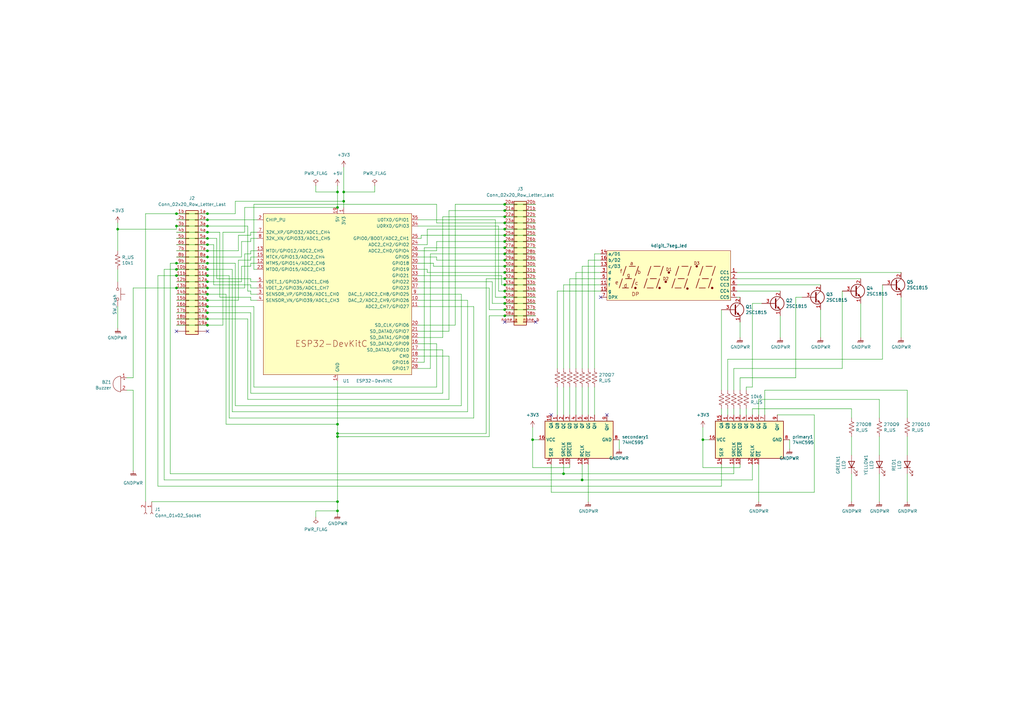
<source format=kicad_sch>
(kicad_sch (version 20230121) (generator eeschema)
  (paper "A3")
  (lib_symbols
    (symbol "74xx:74HC595"
      (property "Reference" "U" (at -7.62 13.97 0))
      (property "Value" "74HC595" (at -7.62 -16.51 0))
      (symbol "74HC595_1_0"
        (pin tri_state line (at 10.16 7.62 180) (length 2.54) (name "QB") (number "1"))
        (pin input line (at -10.16 2.54 0) (length 2.54) (name "~{SRCLR}") (number "10"))
        (pin input line (at -10.16 5.08 0) (length 2.54) (name "SRCLK") (number "11"))
        (pin input line (at -10.16 -2.54 0) (length 2.54) (name "RCLK") (number "12"))
        (pin input line (at -10.16 -5.08 0) (length 2.54) (name "~{OE}") (number "13"))
        (pin input line (at -10.16 10.16 0) (length 2.54) (name "SER") (number "14"))
        (pin tri_state line (at 10.16 10.16 180) (length 2.54) (name "QA") (number "15"))
        (pin power_in line (at 0 15.24 270) (length 2.54) (name "VCC") (number "16"))
        (pin tri_state line (at 10.16 5.08 180) (length 2.54) (name "QC") (number "2"))
        (pin tri_state line (at 10.16 2.54 180) (length 2.54) (name "QD") (number "3"))
        (pin tri_state line (at 10.16 0 180) (length 2.54) (name "QE") (number "4"))
        (pin tri_state line (at 10.16 -2.54 180) (length 2.54) (name "QF") (number "5"))
        (pin tri_state line (at 10.16 -5.08 180) (length 2.54) (name "QG") (number "6"))
        (pin tri_state line (at 10.16 -7.62 180) (length 2.54) (name "QH") (number "7"))
        (pin power_in line (at 0 -17.78 90) (length 2.54) (name "GND") (number "8"))
        (pin output line (at 10.16 -12.7 180) (length 2.54) (name "QH'") (number "9"))
      )
    )
    (symbol "Conn_02x20_Row_Letter_Last_1" (pin_names (offset 1.016) hide)
      (property "Reference" "J3" (at 1.27 29.21 0))
      (property "Value" "Conn_02x20_Row_Letter_Last" (at 1.27 26.67 0))
      (symbol "Conn_02x20_Row_Letter_Last_1_1_1"
        (pin passive line (at -5.08 22.86 0) (length 3.81) (name "Pin_20a") (number "20a"))
        (pin passive line (at 7.62 22.86 180) (length 3.81) (name "Pin_20b") (number "20b"))
        (pin passive line (at -5.08 20.32 0) (length 3.81) (name "Pin_21a") (number "21a"))
        (pin passive line (at 7.62 20.32 180) (length 3.81) (name "Pin_21b") (number "21b"))
        (pin passive line (at -5.08 17.78 0) (length 3.81) (name "Pin_22a") (number "22a"))
        (pin passive line (at 7.62 17.78 180) (length 3.81) (name "Pin_22b") (number "22b"))
        (pin passive line (at -5.08 15.24 0) (length 3.81) (name "Pin_23a") (number "23a"))
        (pin passive line (at 7.62 15.24 180) (length 3.81) (name "Pin_23b") (number "23b"))
        (pin passive line (at -5.08 12.7 0) (length 3.81) (name "Pin_24a") (number "24a"))
        (pin passive line (at 7.62 12.7 180) (length 3.81) (name "Pin_24b") (number "24b"))
        (pin passive line (at -5.08 10.16 0) (length 3.81) (name "Pin_25a") (number "25a"))
        (pin passive line (at 7.62 10.16 180) (length 3.81) (name "Pin_25b") (number "25b"))
        (pin passive line (at -5.08 7.62 0) (length 3.81) (name "Pin_26a") (number "26a"))
        (pin passive line (at 7.62 7.62 180) (length 3.81) (name "Pin_26b") (number "26b"))
        (pin passive line (at -5.08 5.08 0) (length 3.81) (name "Pin_27a") (number "27a"))
        (pin passive line (at 7.62 5.08 180) (length 3.81) (name "Pin_27b") (number "27b"))
        (pin passive line (at -5.08 2.54 0) (length 3.81) (name "Pin_28a") (number "28a"))
        (pin passive line (at 7.62 2.54 180) (length 3.81) (name "Pin_28b") (number "28b"))
        (pin passive line (at -5.08 0 0) (length 3.81) (name "Pin_29a") (number "29a"))
        (pin passive line (at 7.62 0 180) (length 3.81) (name "Pin_29b") (number "29b"))
        (pin passive line (at -5.08 -2.54 0) (length 3.81) (name "Pin_30a") (number "30a"))
        (pin passive line (at 7.62 -2.54 180) (length 3.81) (name "Pin_30b") (number "30b"))
        (pin passive line (at -5.08 -5.08 0) (length 3.81) (name "Pin_31a") (number "31a"))
        (pin passive line (at 7.62 -5.08 180) (length 3.81) (name "Pin_31b") (number "31b"))
        (pin passive line (at -5.08 -7.62 0) (length 3.81) (name "Pin_32a") (number "32a"))
        (pin passive line (at 7.62 -7.62 180) (length 3.81) (name "Pin_32b") (number "32b"))
        (pin passive line (at -5.08 -10.16 0) (length 3.81) (name "Pin_33a") (number "33a"))
        (pin passive line (at 7.62 -10.16 180) (length 3.81) (name "Pin_33b") (number "33b"))
        (pin passive line (at -5.08 -12.7 0) (length 3.81) (name "Pin_34a") (number "34a"))
        (pin passive line (at 7.62 -12.7 180) (length 3.81) (name "Pin_34b") (number "34b"))
        (pin passive line (at -5.08 -15.24 0) (length 3.81) (name "Pin_35a") (number "35a"))
        (pin passive line (at 7.62 -15.24 180) (length 3.81) (name "Pin_35b") (number "35b"))
        (pin passive line (at -5.08 -17.78 0) (length 3.81) (name "Pin_36a") (number "36a"))
        (pin passive line (at 7.62 -17.78 180) (length 3.81) (name "Pin_36b") (number "36b"))
        (pin passive line (at -5.08 -20.32 0) (length 3.81) (name "Pin_37a") (number "37a"))
        (pin passive line (at 7.62 -20.32 180) (length 3.81) (name "Pin_37b") (number "37b"))
        (pin passive line (at -5.08 -22.86 0) (length 3.81) (name "Pin_38a") (number "38a"))
        (pin passive line (at 7.62 -22.86 180) (length 3.81) (name "Pin_38b") (number "38b"))
        (pin passive line (at -5.08 -25.4 0) (length 3.81) (name "Pin_none_a") (number "none_a"))
        (pin passive line (at 7.62 -25.4 180) (length 3.81) (name "Pin_none_b") (number "none_b"))
      )
    )
    (symbol "Connector:Conn_01x02_Socket" (pin_names (offset 1.016) hide)
      (property "Reference" "J" (at 0 2.54 0))
      (property "Value" "Conn_01x02_Socket" (at 0 -5.08 0))
      (symbol "Conn_01x02_Socket_1_1"
        (pin passive line (at -5.08 0 0) (length 3.81) (name "Pin_1") (number "1"))
        (pin passive line (at -5.08 -2.54 0) (length 3.81) (name "Pin_2") (number "2"))
      )
    )
    (symbol "Connector_Generic:Conn_02x20_Row_Letter_Last" (pin_names (offset 1.016) hide)
      (property "Reference" "J2" (at 1.27 29.21 0))
      (property "Value" "Conn_02x20_Row_Letter_Last" (at 1.27 26.67 0))
      (symbol "Conn_02x20_Row_Letter_Last_1_1"
        (pin passive line (at -5.08 -25.4 0) (length 3.81) (name "") (number ""))
        (pin passive line (at 7.62 -25.4 180) (length 3.81) (name "") (number ""))
        (pin passive line (at -5.08 0 0) (length 3.81) (name "Pin_10a") (number "10a"))
        (pin passive line (at 7.62 0 180) (length 3.81) (name "Pin_10b") (number "10b"))
        (pin passive line (at -5.08 -2.54 0) (length 3.81) (name "Pin_11a") (number "11a"))
        (pin passive line (at 7.62 -2.54 180) (length 3.81) (name "Pin_11b") (number "11b"))
        (pin passive line (at -5.08 -5.08 0) (length 3.81) (name "Pin_12a") (number "12a"))
        (pin passive line (at 7.62 -5.08 180) (length 3.81) (name "Pin_12b") (number "12b"))
        (pin passive line (at -5.08 -7.62 0) (length 3.81) (name "Pin_13a") (number "13a"))
        (pin passive line (at 7.62 -7.62 180) (length 3.81) (name "Pin_13b") (number "13b"))
        (pin passive line (at -5.08 -10.16 0) (length 3.81) (name "Pin_14a") (number "14a"))
        (pin passive line (at 7.62 -10.16 180) (length 3.81) (name "Pin_14b") (number "14b"))
        (pin passive line (at -5.08 -12.7 0) (length 3.81) (name "Pin_15a") (number "15a"))
        (pin passive line (at 7.62 -12.7 180) (length 3.81) (name "Pin_15b") (number "15b"))
        (pin passive line (at -5.08 -15.24 0) (length 3.81) (name "Pin_16a") (number "16a"))
        (pin passive line (at 7.62 -15.24 180) (length 3.81) (name "Pin_16b") (number "16b"))
        (pin passive line (at -5.08 -17.78 0) (length 3.81) (name "Pin_17a") (number "17a"))
        (pin passive line (at 7.62 -17.78 180) (length 3.81) (name "Pin_17b") (number "17b"))
        (pin passive line (at -5.08 -20.32 0) (length 3.81) (name "Pin_18a") (number "18a"))
        (pin passive line (at 7.62 -20.32 180) (length 3.81) (name "Pin_18b") (number "18b"))
        (pin passive line (at -5.08 -22.86 0) (length 3.81) (name "Pin_19a") (number "19a"))
        (pin passive line (at 7.62 -22.86 180) (length 3.81) (name "Pin_19b") (number "19b"))
        (pin passive line (at -5.08 22.86 0) (length 3.81) (name "Pin_1a") (number "1a"))
        (pin passive line (at 7.62 22.86 180) (length 3.81) (name "Pin_1b") (number "1b"))
        (pin passive line (at -5.08 20.32 0) (length 3.81) (name "Pin_2a") (number "2a"))
        (pin passive line (at 7.62 20.32 180) (length 3.81) (name "Pin_2b") (number "2b"))
        (pin passive line (at -5.08 17.78 0) (length 3.81) (name "Pin_3a") (number "3a"))
        (pin passive line (at 7.62 17.78 180) (length 3.81) (name "Pin_3b") (number "3b"))
        (pin passive line (at -5.08 15.24 0) (length 3.81) (name "Pin_4a") (number "4a"))
        (pin passive line (at 7.62 15.24 180) (length 3.81) (name "Pin_4b") (number "4b"))
        (pin passive line (at -5.08 12.7 0) (length 3.81) (name "Pin_5a") (number "5a"))
        (pin passive line (at 7.62 12.7 180) (length 3.81) (name "Pin_5b") (number "5b"))
        (pin passive line (at -5.08 10.16 0) (length 3.81) (name "Pin_6a") (number "6a"))
        (pin passive line (at 7.62 10.16 180) (length 3.81) (name "Pin_6b") (number "6b"))
        (pin passive line (at -5.08 7.62 0) (length 3.81) (name "Pin_7a") (number "7a"))
        (pin passive line (at 7.62 7.62 180) (length 3.81) (name "Pin_7b") (number "7b"))
        (pin passive line (at -5.08 5.08 0) (length 3.81) (name "Pin_8a") (number "8a"))
        (pin passive line (at 7.62 5.08 180) (length 3.81) (name "Pin_8b") (number "8b"))
        (pin passive line (at -5.08 2.54 0) (length 3.81) (name "Pin_9a") (number "9a"))
        (pin passive line (at 7.62 2.54 180) (length 3.81) (name "Pin_9b") (number "9b"))
      )
    )
    (symbol "Device:Buzzer" (pin_names (offset 0.0254) hide)
      (property "Reference" "BZ" (at 3.81 1.27 0))
      (property "Value" "Buzzer" (at 3.81 -1.27 0))
      (symbol "Buzzer_1_1"
        (pin passive line (at -2.54 2.54 0) (length 2.54) (name "-") (number "1"))
        (pin passive line (at -2.54 -2.54 0) (length 2.54) (name "+") (number "2"))
      )
    )
    (symbol "Device:LED" (pin_numbers hide) (pin_names (offset 1.016) hide)
      (property "Reference" "D" (at 0 2.54 0))
      (property "Value" "LED" (at 0 -2.54 0))
      (symbol "LED_1_1"
        (pin passive line (at -3.81 0 0) (length 2.54) (name "K") (number "1"))
        (pin passive line (at 3.81 0 180) (length 2.54) (name "A") (number "2"))
      )
    )
    (symbol "Device:R_US" (pin_numbers hide) (pin_names (offset 0))
      (property "Reference" "R" (at 2.54 0 90))
      (property "Value" "R_US" (at -2.54 0 90))
      (symbol "R_US_1_1"
        (pin passive line (at 0 3.81 270) (length 1.27) (name "~") (number "1"))
        (pin passive line (at 0 -3.81 90) (length 1.27) (name "~") (number "2"))
      )
    )
    (symbol "PCM_Espressif:ESP32-DevKitC" (pin_names (offset 1.016))
      (property "Reference" "U" (at -30.48 38.1 0))
      (property "Value" "ESP32-DevKitC" (at -30.48 35.56 0))
      (symbol "ESP32-DevKitC_0_0"
        (text "ESP32-DevKitC" (at -2.54 -20.32 0) (effects (font (size 2.54 2.54))))
        (pin power_in line (at 0 -35.56 90) (length 2.54) (name "GND") (number "14"))
        (pin power_in line (at 0 35.56 270) (length 2.54) (name "5V") (number "19"))
      )
      (symbol "ESP32-DevKitC_1_1"
        (pin power_in line (at 2.54 35.56 270) (length 2.54) (name "3V3") (number "1"))
        (pin bidirectional line (at 33.02 -2.54 180) (length 2.54) (name "DAC_2/ADC2_CH9/GPIO26") (number "10"))
        (pin bidirectional line (at 33.02 -5.08 180) (length 2.54) (name "ADC2_CH7/GPIO27") (number "11"))
        (pin bidirectional line (at -33.02 12.7 0) (length 2.54) (name "MTMS/GPIO14/ADC2_CH6") (number "12"))
        (pin bidirectional line (at -33.02 17.78 0) (length 2.54) (name "MTDI/GPIO12/ADC2_CH5") (number "13"))
        (pin bidirectional line (at -33.02 15.24 0) (length 2.54) (name "MTCK/GPIO13/ADC2_CH4") (number "15"))
        (pin bidirectional line (at 33.02 -20.32 180) (length 2.54) (name "SD_DATA2/GPIO9") (number "16"))
        (pin bidirectional line (at 33.02 -22.86 180) (length 2.54) (name "SD_DATA3/GPIO10") (number "17"))
        (pin bidirectional line (at 33.02 -25.4 180) (length 2.54) (name "CMD") (number "18"))
        (pin input line (at -33.02 30.48 0) (length 2.54) (name "CHIP_PU") (number "2"))
        (pin bidirectional line (at 33.02 -12.7 180) (length 2.54) (name "SD_CLK/GPIO6") (number "20"))
        (pin bidirectional line (at 33.02 -15.24 180) (length 2.54) (name "SD_DATA0/GPIO7") (number "21"))
        (pin bidirectional line (at 33.02 -17.78 180) (length 2.54) (name "SD_DATA1/GPIO8") (number "22"))
        (pin bidirectional line (at -33.02 10.16 0) (length 2.54) (name "MTDO/GPIO15/ADC2_CH3") (number "23"))
        (pin bidirectional line (at 33.02 20.32 180) (length 2.54) (name "ADC2_CH2/GPIO2") (number "24"))
        (pin bidirectional line (at 33.02 22.86 180) (length 2.54) (name "GPIO0/BOOT/ADC2_CH1") (number "25"))
        (pin bidirectional line (at 33.02 17.78 180) (length 2.54) (name "ADC2_CH0/GPIO4") (number "26"))
        (pin bidirectional line (at 33.02 -27.94 180) (length 2.54) (name "GPIO16") (number "27"))
        (pin bidirectional line (at 33.02 -30.48 180) (length 2.54) (name "GPIO17") (number "28"))
        (pin bidirectional line (at 33.02 15.24 180) (length 2.54) (name "GPIO5") (number "29"))
        (pin input line (at -33.02 0 0) (length 2.54) (name "SENSOR_VP/GPIO36/ADC1_CH0") (number "3"))
        (pin bidirectional line (at 33.02 12.7 180) (length 2.54) (name "GPIO18") (number "30"))
        (pin bidirectional line (at 33.02 10.16 180) (length 2.54) (name "GPIO19") (number "31"))
        (pin passive line (at 0 -35.56 90) (length 2.54) hide (name "GND") (number "32"))
        (pin bidirectional line (at 33.02 7.62 180) (length 2.54) (name "GPIO21") (number "33"))
        (pin bidirectional line (at 33.02 27.94 180) (length 2.54) (name "U0RXD/GPIO3") (number "34"))
        (pin bidirectional line (at 33.02 30.48 180) (length 2.54) (name "U0TXD/GPIO1") (number "35"))
        (pin bidirectional line (at 33.02 5.08 180) (length 2.54) (name "GPIO22") (number "36"))
        (pin bidirectional line (at 33.02 2.54 180) (length 2.54) (name "GPIO23") (number "37"))
        (pin passive line (at 0 -35.56 90) (length 2.54) hide (name "GND") (number "38"))
        (pin input line (at -33.02 -2.54 0) (length 2.54) (name "SENSOR_VN/GPIO39/ADC1_CH3") (number "4"))
        (pin input line (at -33.02 5.08 0) (length 2.54) (name "VDET_1/GPIO34/ADC1_CH6") (number "5"))
        (pin input line (at -33.02 2.54 0) (length 2.54) (name "VDET_2/GPIO35/ADC1_CH7") (number "6"))
        (pin bidirectional line (at -33.02 25.4 0) (length 2.54) (name "32K_XP/GPIO32/ADC1_CH4") (number "7"))
        (pin bidirectional line (at -33.02 22.86 0) (length 2.54) (name "32K_XN/GPIO33/ADC1_CH5") (number "8"))
        (pin bidirectional line (at 33.02 0 180) (length 2.54) (name "DAC_1/ADC2_CH8/GPIO25") (number "9"))
      )
    )
    (symbol "Switch:SW_Push" (pin_numbers hide) (pin_names (offset 1.016) hide)
      (property "Reference" "SW" (at 1.27 2.54 0))
      (property "Value" "SW_Push" (at 0 -1.524 0))
      (symbol "SW_Push_0_1"
        (pin passive line (at -5.08 0 0) (length 2.54) (name "1") (number "1"))
        (pin passive line (at 5.08 0 180) (length 2.54) (name "2") (number "2"))
      )
    )
    (symbol "Transistor_BJT:2SC1815" (pin_names (offset 0) hide)
      (property "Reference" "Q" (at 5.08 1.905 0))
      (property "Value" "2SC1815" (at 5.08 0 0))
      (symbol "2SC1815_1_1"
        (pin passive line (at 2.54 -5.08 90) (length 2.54) (name "E") (number "1"))
        (pin passive line (at 2.54 5.08 270) (length 2.54) (name "C") (number "2"))
        (pin input line (at -5.08 0 0) (length 5.08) (name "B") (number "3"))
      )
    )
    (symbol "control-rescue:+3.3V-power" (power) (pin_names (offset 0))
      (property "Value" "+3.3V-power" (at 0 3.556 0))
      (symbol "+3.3V-power_1_1"
        (pin power_in line (at 0 0 90) (length 0) hide (name "+3V3") (number "1"))
      )
    )
    (symbol "control-rescue:4digit_7seg_led-Display_Character"
      (property "Reference" "U" (at -24.13 12.7 0))
      (property "Value" "Display_Character_4digit_7seg_led" (at 17.78 12.7 0))
      (symbol "4digit_7seg_led-Display_Character_0_0"
        (text "a" (at -15.24 6.35 0) (effects (font (size 1.524 1.524))))
        (text "b" (at -12.192 2.794 0) (effects (font (size 1.524 1.524))))
        (text "c" (at -13.208 -1.778 0) (effects (font (size 1.524 1.524))))
        (text "d" (at -17.78 -2.794 0) (effects (font (size 1.524 1.524))))
        (text "D1" (at 0 3.81 0) (effects (font (size 1.1938 1.1938))))
        (text "D2" (at -1.27 0 0) (effects (font (size 1.1938 1.1938))))
        (text "DP" (at -13.716 -6.35 0) (effects (font (size 1.524 1.524))))
        (text "e" (at -21.336 -1.524 0) (effects (font (size 1.524 1.524))))
        (text "f" (at -19.558 3.048 0) (effects (font (size 1.524 1.524))))
        (text "g" (at -16.51 1.524 0) (effects (font (size 1.524 1.524))))
      )
      (symbol "4digit_7seg_led-Display_Character_1_1"
        (text "D3" (at 11.43 6.35 0) (effects (font (size 1.1938 1.1938))))
        (pin input line (at 27.94 2.54 180) (length 2.54) (name "CC1") (number "1"))
        (pin input line (at -27.94 -2.54 0) (length 2.54) (name "f") (number "11"))
        (pin input line (at -27.94 5.08 0) (length 2.54) (name "c/D3") (number "13"))
        (pin input line (at -27.94 10.16 0) (length 2.54) (name "a/D1") (number "14"))
        (pin input line (at -27.94 -5.08 0) (length 2.54) (name "g") (number "15"))
        (pin input line (at -27.94 7.62 0) (length 2.54) (name "b/D2") (number "16"))
        (pin input line (at 27.94 0 180) (length 2.54) (name "CC2") (number "2"))
        (pin input line (at -27.94 2.54 0) (length 2.54) (name "d") (number "3"))
        (pin input line (at 27.94 -7.62 180) (length 2.54) (name "CC5") (number "4"))
        (pin input line (at -27.94 0 0) (length 2.54) (name "e") (number "5"))
        (pin input line (at 27.94 -2.54 180) (length 2.54) (name "CC3") (number "6"))
        (pin input line (at -27.94 -7.62 0) (length 2.54) (name "DPX") (number "7"))
        (pin input line (at 27.94 -5.08 180) (length 2.54) (name "CC4") (number "8"))
      )
    )
    (symbol "power:+5V" (power) (pin_names (offset 0))
      (property "Value" "+5V" (at 0 3.556 0))
      (symbol "+5V_1_1"
        (pin power_in line (at 0 0 90) (length 0) hide (name "+5V") (number "1"))
      )
    )
    (symbol "power:GNDPWR" (power) (pin_names (offset 0))
      (property "Value" "GNDPWR" (at 0 -3.302 0))
      (symbol "GNDPWR_1_1"
        (pin power_in line (at 0 0 270) (length 0) hide (name "GNDPWR") (number "1"))
      )
    )
    (symbol "power:PWR_FLAG" (power) (pin_numbers hide) (pin_names (offset 0) hide)
      (property "Value" "PWR_FLAG" (at 0 3.81 0))
      (symbol "PWR_FLAG_0_0"
        (pin power_out line (at 0 0 90) (length 0) (name "pwr") (number "1"))
      )
    )
  )
  (junction (at 140.97 82.55))
  (junction (at 207.01 93.98))
  (junction (at 72.39 87.63))
  (junction (at 85.09 92.71))
  (junction (at 207.01 124.46))
  (junction (at 207.01 101.6))
  (junction (at 207.01 109.22))
  (junction (at 207.01 129.54))
  (junction (at 85.09 105.41))
  (junction (at 207.01 114.3))
  (junction (at 218.44 180.34))
  (junction (at 207.01 111.76))
  (junction (at 207.01 119.38))
  (junction (at 207.01 106.68))
  (junction (at 85.09 125.73))
  (junction (at 231.14 194.31))
  (junction (at 85.09 110.49))
  (junction (at 72.39 118.11))
  (junction (at 138.43 173.99))
  (junction (at 85.09 95.25))
  (junction (at 85.09 115.57))
  (junction (at 85.09 100.33))
  (junction (at 138.43 209.55))
  (junction (at 138.43 177.8))
  (junction (at 140.97 78.74))
  (junction (at 85.09 102.87))
  (junction (at 138.43 205.74))
  (junction (at 85.09 130.81))
  (junction (at 207.01 83.82))
  (junction (at 207.01 121.92))
  (junction (at 207.01 127))
  (junction (at 85.09 120.65))
  (junction (at 138.43 85.09))
  (junction (at 85.09 97.79))
  (junction (at 85.09 90.17))
  (junction (at 85.09 107.95))
  (junction (at 207.01 99.06))
  (junction (at 85.09 123.19))
  (junction (at 72.39 107.95))
  (junction (at 85.09 118.11))
  (junction (at 138.43 179.07))
  (junction (at 85.09 113.03))
  (junction (at 72.39 92.71))
  (junction (at 207.01 96.52))
  (junction (at 288.29 180.34))
  (junction (at 138.43 78.74))
  (junction (at 48.26 93.98))
  (junction (at 85.09 128.27))
  (junction (at 85.09 87.63))
  (junction (at 85.09 133.35))
  (junction (at 207.01 88.9))
  (junction (at 207.01 86.36))
  (junction (at 238.76 196.85))
  (junction (at 207.01 116.84))
  (junction (at 72.39 113.03))
  (junction (at 207.01 104.14))
  (junction (at 72.39 110.49))
  (junction (at 207.01 91.44))
  (no_connect (at 248.92 170.18))
  (no_connect (at 226.06 170.18))
  (no_connect (at 72.39 135.89))
  (no_connect (at 85.09 135.89))
  (no_connect (at 246.38 121.92))
  (no_connect (at 219.71 132.08))
  (no_connect (at 207.01 132.08))
  (wire (pts (xy 87.63 100.33) (xy 85.09 100.33)))
  (wire (pts (xy 72.39 87.63) (xy 59.69 87.63)))
  (wire (pts (xy 302.26 121.92) (xy 303.53 121.92)))
  (wire (pts (xy 138.43 78.74) (xy 138.43 85.09)))
  (wire (pts (xy 175.26 93.98) (xy 207.01 93.98)))
  (wire (pts (xy 203.2 121.92) (xy 207.01 121.92)))
  (wire (pts (xy 231.14 194.31) (xy 231.14 190.5)))
  (wire (pts (xy 72.39 90.17) (xy 85.09 90.17)))
  (wire (pts (xy 104.14 158.75) (xy 104.14 125.73)))
  (wire (pts (xy 99.06 99.06) (xy 99.06 105.41)))
  (wire (pts (xy 308.61 196.85) (xy 308.61 190.5)))
  (wire (pts (xy 238.76 151.13) (xy 238.76 109.22)))
  (wire (pts (xy 102.87 102.87) (xy 102.87 104.14)))
  (wire (pts (xy 303.53 170.18) (xy 303.53 167.64)))
  (wire (pts (xy 231.14 194.31) (xy 300.99 194.31)))
  (wire (pts (xy 69.85 194.31) (xy 231.14 194.31)))
  (wire (pts (xy 207.01 119.38) (xy 219.71 119.38)))
  (wire (pts (xy 207.01 104.14) (xy 219.71 104.14)))
  (wire (pts (xy 72.39 110.49) (xy 85.09 110.49)))
  (wire (pts (xy 207.01 129.54) (xy 219.71 129.54)))
  (wire (pts (xy 72.39 130.81) (xy 85.09 130.81)))
  (wire (pts (xy 361.95 147.32) (xy 361.95 116.84)))
  (wire (pts (xy 207.01 91.44) (xy 219.71 91.44)))
  (wire (pts (xy 100.33 85.09) (xy 100.33 95.25)))
  (wire (pts (xy 105.41 110.49) (xy 104.14 110.49)))
  (wire (pts (xy 372.11 194.31) (xy 372.11 205.74)))
  (wire (pts (xy 102.87 116.84) (xy 87.63 116.84)))
  (wire (pts (xy 102.87 105.41) (xy 105.41 105.41)))
  (wire (pts (xy 93.98 171.45) (xy 93.98 113.03)))
  (wire (pts (xy 173.99 101.6) (xy 207.01 101.6)))
  (wire (pts (xy 48.26 91.44) (xy 48.26 93.98)))
  (wire (pts (xy 171.45 138.43) (xy 181.61 138.43)))
  (wire (pts (xy 298.45 147.32) (xy 361.95 147.32)))
  (wire (pts (xy 201.93 115.57) (xy 201.93 124.46)))
  (wire (pts (xy 207.01 116.84) (xy 219.71 116.84)))
  (wire (pts (xy 171.45 146.05) (xy 184.15 146.05)))
  (wire (pts (xy 171.45 118.11) (xy 200.66 118.11)))
  (wire (pts (xy 311.15 170.18) (xy 311.15 163.83)))
  (wire (pts (xy 138.43 173.99) (xy 92.71 173.99)))
  (wire (pts (xy 231.14 158.75) (xy 231.14 170.18)))
  (wire (pts (xy 129.54 76.2) (xy 129.54 78.74)))
  (wire (pts (xy 302.26 114.3) (xy 353.06 114.3)))
  (wire (pts (xy 54.61 160.02) (xy 54.61 193.04)))
  (wire (pts (xy 52.07 160.02) (xy 54.61 160.02)))
  (wire (pts (xy 336.55 127) (xy 336.55 138.43)))
  (wire (pts (xy 72.39 102.87) (xy 85.09 102.87)))
  (wire (pts (xy 176.53 151.13) (xy 176.53 104.14)))
  (wire (pts (xy 181.61 161.29) (xy 102.87 161.29)))
  (wire (pts (xy 233.68 158.75) (xy 233.68 170.18)))
  (wire (pts (xy 372.11 160.02) (xy 372.11 171.45)))
  (wire (pts (xy 102.87 118.11) (xy 102.87 116.84)))
  (wire (pts (xy 102.87 120.65) (xy 102.87 119.38)))
  (wire (pts (xy 303.53 132.08) (xy 303.53 138.43)))
  (wire (pts (xy 138.43 210.82) (xy 138.43 209.55)))
  (wire (pts (xy 102.87 121.92) (xy 102.87 123.19)))
  (wire (pts (xy 288.29 191.77) (xy 288.29 180.34)))
  (wire (pts (xy 91.44 133.35) (xy 85.09 133.35)))
  (wire (pts (xy 302.26 111.76) (xy 369.57 111.76)))
  (wire (pts (xy 96.52 166.37) (xy 96.52 107.95)))
  (wire (pts (xy 173.99 148.59) (xy 171.45 148.59)))
  (wire (pts (xy 349.25 179.07) (xy 349.25 186.69)))
  (wire (pts (xy 300.99 151.13) (xy 345.44 151.13)))
  (wire (pts (xy 238.76 109.22) (xy 246.38 109.22)))
  (wire (pts (xy 62.23 205.74) (xy 138.43 205.74)))
  (wire (pts (xy 85.09 118.11) (xy 100.33 118.11)))
  (wire (pts (xy 308.61 124.46) (xy 308.61 158.75)))
  (wire (pts (xy 360.68 163.83) (xy 360.68 171.45)))
  (wire (pts (xy 226.06 201.93) (xy 334.01 201.93)))
  (wire (pts (xy 186.69 83.82) (xy 207.01 83.82)))
  (wire (pts (xy 97.79 96.52) (xy 97.79 102.87)))
  (wire (pts (xy 102.87 102.87) (xy 105.41 102.87)))
  (wire (pts (xy 194.31 171.45) (xy 93.98 171.45)))
  (wire (pts (xy 97.79 106.68) (xy 97.79 123.19)))
  (wire (pts (xy 302.26 119.38) (xy 320.04 119.38)))
  (wire (pts (xy 87.63 116.84) (xy 87.63 100.33)))
  (wire (pts (xy 72.39 128.27) (xy 85.09 128.27)))
  (wire (pts (xy 72.39 95.25) (xy 85.09 95.25)))
  (wire (pts (xy 326.39 154.94) (xy 326.39 121.92)))
  (wire (pts (xy 175.26 111.76) (xy 207.01 111.76)))
  (wire (pts (xy 353.06 124.46) (xy 353.06 138.43)))
  (wire (pts (xy 184.15 86.36) (xy 207.01 86.36)))
  (wire (pts (xy 290.83 180.34) (xy 288.29 180.34)))
  (wire (pts (xy 306.07 167.64) (xy 306.07 170.18)))
  (wire (pts (xy 171.45 143.51) (xy 181.61 143.51)))
  (wire (pts (xy 104.14 110.49) (xy 104.14 83.82)))
  (wire (pts (xy 179.07 83.82) (xy 179.07 91.44)))
  (wire (pts (xy 207.01 127) (xy 219.71 127)))
  (wire (pts (xy 171.45 90.17) (xy 203.2 90.17)))
  (wire (pts (xy 238.76 196.85) (xy 238.76 190.5)))
  (wire (pts (xy 184.15 135.89) (xy 184.15 86.36)))
  (wire (pts (xy 308.61 170.18) (xy 308.61 167.64)))
  (wire (pts (xy 207.01 101.6) (xy 219.71 101.6)))
  (wire (pts (xy 179.07 91.44) (xy 207.01 91.44)))
  (wire (pts (xy 72.39 113.03) (xy 85.09 113.03)))
  (wire (pts (xy 207.01 88.9) (xy 219.71 88.9)))
  (wire (pts (xy 138.43 177.8) (xy 138.43 179.07)))
  (wire (pts (xy 200.66 179.07) (xy 138.43 179.07)))
  (wire (pts (xy 320.04 129.54) (xy 320.04 138.43)))
  (wire (pts (xy 72.39 100.33) (xy 85.09 100.33)))
  (wire (pts (xy 231.14 116.84) (xy 246.38 116.84)))
  (wire (pts (xy 189.23 120.65) (xy 189.23 166.37)))
  (wire (pts (xy 295.91 167.64) (xy 295.91 170.18)))
  (wire (pts (xy 138.43 85.09) (xy 100.33 85.09)))
  (wire (pts (xy 138.43 76.2) (xy 138.43 78.74)))
  (wire (pts (xy 181.61 138.43) (xy 181.61 88.9)))
  (wire (pts (xy 72.39 115.57) (xy 85.09 115.57)))
  (wire (pts (xy 171.45 123.19) (xy 191.77 123.19)))
  (wire (pts (xy 85.09 90.17) (xy 105.41 90.17)))
  (wire (pts (xy 140.97 78.74) (xy 140.97 82.55)))
  (wire (pts (xy 173.99 148.59) (xy 173.99 101.6)))
  (wire (pts (xy 48.26 125.73) (xy 48.26 134.62)))
  (wire (pts (xy 172.72 96.52) (xy 207.01 96.52)))
  (wire (pts (xy 300.99 194.31) (xy 300.99 190.5)))
  (wire (pts (xy 306.07 160.02) (xy 306.07 158.75)))
  (wire (pts (xy 241.3 106.68) (xy 246.38 106.68)))
  (wire (pts (xy 102.87 161.29) (xy 102.87 128.27)))
  (wire (pts (xy 140.97 82.55) (xy 140.97 85.09)))
  (wire (pts (xy 69.85 107.95) (xy 72.39 107.95)))
  (wire (pts (xy 218.44 175.26) (xy 218.44 180.34)))
  (wire (pts (xy 313.69 160.02) (xy 313.69 170.18)))
  (wire (pts (xy 241.3 190.5) (xy 241.3 205.74)))
  (wire (pts (xy 72.39 87.63) (xy 85.09 87.63)))
  (wire (pts (xy 102.87 114.3) (xy 102.87 115.57)))
  (wire (pts (xy 102.87 105.41) (xy 102.87 106.68)))
  (wire (pts (xy 191.77 168.91) (xy 95.25 168.91)))
  (wire (pts (xy 238.76 158.75) (xy 238.76 170.18)))
  (wire (pts (xy 72.39 105.41) (xy 85.09 105.41)))
  (wire (pts (xy 91.44 95.25) (xy 91.44 133.35)))
  (wire (pts (xy 194.31 125.73) (xy 194.31 171.45)))
  (wire (pts (xy 102.87 96.52) (xy 97.79 96.52)))
  (wire (pts (xy 96.52 87.63) (xy 85.09 87.63)))
  (wire (pts (xy 303.53 191.77) (xy 288.29 191.77)))
  (wire (pts (xy 241.3 158.75) (xy 241.3 170.18)))
  (wire (pts (xy 207.01 129.54) (xy 200.66 129.54)))
  (wire (pts (xy 179.07 158.75) (xy 104.14 158.75)))
  (wire (pts (xy 104.14 83.82) (xy 179.07 83.82)))
  (wire (pts (xy 300.99 167.64) (xy 300.99 170.18)))
  (wire (pts (xy 140.97 78.74) (xy 153.67 78.74)))
  (wire (pts (xy 138.43 173.99) (xy 138.43 177.8)))
  (wire (pts (xy 171.45 151.13) (xy 176.53 151.13)))
  (wire (pts (xy 334.01 170.18) (xy 334.01 201.93)))
  (wire (pts (xy 236.22 111.76) (xy 236.22 151.13)))
  (wire (pts (xy 138.43 179.07) (xy 138.43 205.74)))
  (wire (pts (xy 243.84 104.14) (xy 246.38 104.14)))
  (wire (pts (xy 207.01 96.52) (xy 219.71 96.52)))
  (wire (pts (xy 138.43 205.74) (xy 138.43 209.55)))
  (wire (pts (xy 102.87 118.11) (xy 105.41 118.11)))
  (wire (pts (xy 101.6 92.71) (xy 85.09 92.71)))
  (wire (pts (xy 207.01 106.68) (xy 219.71 106.68)))
  (wire (pts (xy 171.45 140.97) (xy 179.07 140.97)))
  (wire (pts (xy 92.71 120.65) (xy 85.09 120.65)))
  (wire (pts (xy 184.15 163.83) (xy 101.6 163.83)))
  (wire (pts (xy 102.87 115.57) (xy 105.41 115.57)))
  (wire (pts (xy 102.87 104.14) (xy 100.33 104.14)))
  (wire (pts (xy 72.39 93.98) (xy 72.39 92.71)))
  (wire (pts (xy 191.77 123.19) (xy 191.77 168.91)))
  (wire (pts (xy 186.69 133.35) (xy 186.69 83.82)))
  (wire (pts (xy 295.91 160.02) (xy 295.91 127)))
  (wire (pts (xy 302.26 116.84) (xy 336.55 116.84)))
  (wire (pts (xy 207.01 111.76) (xy 219.71 111.76)))
  (wire (pts (xy 177.8 109.22) (xy 207.01 109.22)))
  (wire (pts (xy 129.54 78.74) (xy 138.43 78.74)))
  (wire (pts (xy 102.87 107.95) (xy 105.41 107.95)))
  (wire (pts (xy 189.23 166.37) (xy 96.52 166.37)))
  (wire (pts (xy 48.26 110.49) (xy 48.26 115.57)))
  (wire (pts (xy 72.39 92.71) (xy 85.09 92.71)))
  (wire (pts (xy 171.45 133.35) (xy 186.69 133.35)))
  (wire (pts (xy 233.68 190.5) (xy 233.68 191.77)))
  (wire (pts (xy 140.97 82.55) (xy 96.52 82.55)))
  (wire (pts (xy 200.66 129.54) (xy 200.66 179.07)))
  (wire (pts (xy 96.52 107.95) (xy 85.09 107.95)))
  (wire (pts (xy 95.25 110.49) (xy 85.09 110.49)))
  (wire (pts (xy 102.87 95.25) (xy 102.87 96.52)))
  (wire (pts (xy 64.77 113.03) (xy 72.39 113.03)))
  (wire (pts (xy 102.87 123.19) (xy 105.41 123.19)))
  (wire (pts (xy 99.06 115.57) (xy 99.06 109.22)))
  (wire (pts (xy 102.87 95.25) (xy 105.41 95.25)))
  (wire (pts (xy 218.44 180.34) (xy 218.44 191.77)))
  (wire (pts (xy 207.01 109.22) (xy 219.71 109.22)))
  (wire (pts (xy 104.14 125.73) (xy 85.09 125.73)))
  (wire (pts (xy 171.45 92.71) (xy 204.47 92.71)))
  (wire (pts (xy 102.87 106.68) (xy 97.79 106.68)))
  (wire (pts (xy 101.6 163.83) (xy 101.6 130.81)))
  (wire (pts (xy 171.45 125.73) (xy 194.31 125.73)))
  (wire (pts (xy 179.07 105.41) (xy 179.07 106.68)))
  (wire (pts (xy 88.9 114.3) (xy 88.9 97.79)))
  (wire (pts (xy 171.45 105.41) (xy 179.07 105.41)))
  (wire (pts (xy 179.07 106.68) (xy 207.01 106.68)))
  (wire (pts (xy 295.91 199.39) (xy 295.91 190.5)))
  (wire (pts (xy 220.98 180.34) (xy 218.44 180.34)))
  (wire (pts (xy 199.39 114.3) (xy 199.39 177.8)))
  (wire (pts (xy 138.43 209.55) (xy 129.54 209.55)))
  (wire (pts (xy 90.17 95.25) (xy 85.09 95.25)))
  (wire (pts (xy 64.77 199.39) (xy 295.91 199.39)))
  (wire (pts (xy 100.33 104.14) (xy 100.33 118.11)))
  (wire (pts (xy 311.15 190.5) (xy 311.15 205.74)))
  (wire (pts (xy 67.31 196.85) (xy 238.76 196.85)))
  (wire (pts (xy 177.8 107.95) (xy 177.8 109.22)))
  (wire (pts (xy 171.45 110.49) (xy 175.26 110.49)))
  (wire (pts (xy 138.43 177.8) (xy 199.39 177.8)))
  (wire (pts (xy 175.26 110.49) (xy 175.26 111.76)))
  (wire (pts (xy 179.07 99.06) (xy 207.01 99.06)))
  (wire (pts (xy 184.15 146.05) (xy 184.15 163.83)))
  (wire (pts (xy 323.85 180.34) (xy 323.85 184.15)))
  (wire (pts (xy 207.01 124.46) (xy 219.71 124.46)))
  (wire (pts (xy 72.39 123.19) (xy 85.09 123.19)))
  (wire (pts (xy 48.26 93.98) (xy 48.26 102.87)))
  (wire (pts (xy 254 180.34) (xy 254 184.15)))
  (wire (pts (xy 233.68 114.3) (xy 246.38 114.3)))
  (wire (pts (xy 171.45 97.79) (xy 172.72 97.79)))
  (wire (pts (xy 204.47 119.38) (xy 207.01 119.38)))
  (wire (pts (xy 360.68 194.31) (xy 360.68 205.74)))
  (wire (pts (xy 318.77 170.18) (xy 334.01 170.18)))
  (wire (pts (xy 204.47 92.71) (xy 204.47 119.38)))
  (wire (pts (xy 349.25 194.31) (xy 349.25 205.74)))
  (wire (pts (xy 67.31 110.49) (xy 67.31 196.85)))
  (wire (pts (xy 231.14 116.84) (xy 231.14 151.13)))
  (wire (pts (xy 129.54 209.55) (xy 129.54 212.09)))
  (wire (pts (xy 207.01 86.36) (xy 219.71 86.36)))
  (wire (pts (xy 207.01 83.82) (xy 219.71 83.82)))
  (wire (pts (xy 101.6 119.38) (xy 101.6 92.71)))
  (wire (pts (xy 140.97 68.58) (xy 140.97 78.74)))
  (wire (pts (xy 64.77 113.03) (xy 64.77 199.39)))
  (wire (pts (xy 201.93 124.46) (xy 207.01 124.46)))
  (wire (pts (xy 171.45 113.03) (xy 205.74 113.03)))
  (wire (pts (xy 72.39 107.95) (xy 85.09 107.95)))
  (wire (pts (xy 360.68 179.07) (xy 360.68 186.69)))
  (wire (pts (xy 369.57 121.92) (xy 369.57 138.43)))
  (wire (pts (xy 349.25 167.64) (xy 349.25 171.45)))
  (wire (pts (xy 311.15 163.83) (xy 360.68 163.83)))
  (wire (pts (xy 233.68 151.13) (xy 233.68 114.3)))
  (wire (pts (xy 203.2 90.17) (xy 203.2 121.92)))
  (wire (pts (xy 102.87 109.22) (xy 102.87 107.95)))
  (wire (pts (xy 328.93 121.92) (xy 326.39 121.92)))
  (wire (pts (xy 102.87 97.79) (xy 105.41 97.79)))
  (wire (pts (xy 138.43 156.21) (xy 138.43 173.99)))
  (wire (pts (xy 72.39 120.65) (xy 85.09 120.65)))
  (wire (pts (xy 179.07 102.87) (xy 179.07 99.06)))
  (wire (pts (xy 205.74 113.03) (xy 205.74 116.84)))
  (wire (pts (xy 95.25 168.91) (xy 95.25 110.49)))
  (wire (pts (xy 102.87 128.27) (xy 85.09 128.27)))
  (wire (pts (xy 181.61 88.9) (xy 207.01 88.9)))
  (wire (pts (xy 312.42 124.46) (xy 308.61 124.46)))
  (wire (pts (xy 233.68 191.77) (xy 218.44 191.77)))
  (wire (pts (xy 99.06 109.22) (xy 102.87 109.22)))
  (wire (pts (xy 171.45 102.87) (xy 179.07 102.87)))
  (wire (pts (xy 205.74 116.84) (xy 207.01 116.84)))
  (wire (pts (xy 243.84 158.75) (xy 243.84 170.18)))
  (wire (pts (xy 72.39 97.79) (xy 85.09 97.79)))
  (wire (pts (xy 102.87 114.3) (xy 88.9 114.3)))
  (wire (pts (xy 69.85 107.95) (xy 69.85 194.31)))
  (wire (pts (xy 175.26 100.33) (xy 175.26 93.98)))
  (wire (pts (xy 207.01 99.06) (xy 219.71 99.06)))
  (wire (pts (xy 101.6 130.81) (xy 85.09 130.81)))
  (wire (pts (xy 90.17 121.92) (xy 102.87 121.92)))
  (wire (pts (xy 313.69 160.02) (xy 372.11 160.02)))
  (wire (pts (xy 288.29 180.34) (xy 288.29 175.26)))
  (wire (pts (xy 97.79 102.87) (xy 85.09 102.87)))
  (wire (pts (xy 92.71 173.99) (xy 92.71 120.65)))
  (wire (pts (xy 207.01 93.98) (xy 219.71 93.98)))
  (wire (pts (xy 96.52 82.55) (xy 96.52 87.63)))
  (wire (pts (xy 54.61 154.94) (xy 52.07 154.94)))
  (wire (pts (xy 100.33 95.25) (xy 91.44 95.25)))
  (wire (pts (xy 308.61 158.75) (xy 306.07 158.75)))
  (wire (pts (xy 171.45 115.57) (xy 201.93 115.57)))
  (wire (pts (xy 200.66 127) (xy 207.01 127)))
  (wire (pts (xy 102.87 120.65) (xy 105.41 120.65)))
  (wire (pts (xy 88.9 97.79) (xy 85.09 97.79)))
  (wire (pts (xy 303.53 154.94) (xy 326.39 154.94)))
  (wire (pts (xy 179.07 140.97) (xy 179.07 158.75)))
  (wire (pts (xy 153.67 78.74) (xy 153.67 76.2)))
  (wire (pts (xy 200.66 118.11) (xy 200.66 127)))
  (wire (pts (xy 298.45 167.64) (xy 298.45 170.18)))
  (wire (pts (xy 90.17 121.92) (xy 90.17 95.25)))
  (wire (pts (xy 172.72 96.52) (xy 172.72 97.79)))
  (wire (pts (xy 97.79 123.19) (xy 85.09 123.19)))
  (wire (pts (xy 72.39 118.11) (xy 85.09 118.11)))
  (wire (pts (xy 243.84 104.14) (xy 243.84 151.13)))
  (wire (pts (xy 102.87 119.38) (xy 101.6 119.38)))
  (wire (pts (xy 181.61 143.51) (xy 181.61 161.29)))
  (wire (pts (xy 236.22 111.76) (xy 246.38 111.76)))
  (wire (pts (xy 102.87 97.79) (xy 102.87 99.06)))
  (wire (pts (xy 72.39 133.35) (xy 85.09 133.35)))
  (wire (pts (xy 303.53 154.94) (xy 303.53 160.02)))
  (wire (pts (xy 207.01 114.3) (xy 219.71 114.3)))
  (wire (pts (xy 59.69 87.63) (xy 59.69 205.74)))
  (wire (pts (xy 48.26 93.98) (xy 72.39 93.98)))
  (wire (pts (xy 228.6 119.38) (xy 246.38 119.38)))
  (wire (pts (xy 85.09 115.57) (xy 99.06 115.57)))
  (wire (pts (xy 238.76 196.85) (xy 308.61 196.85)))
  (wire (pts (xy 171.45 100.33) (xy 175.26 100.33)))
  (wire (pts (xy 226.06 201.93) (xy 226.06 190.5)))
  (wire (pts (xy 102.87 99.06) (xy 99.06 99.06)))
  (wire (pts (xy 236.22 158.75) (xy 236.22 170.18)))
  (wire (pts (xy 303.53 190.5) (xy 303.53 191.77)))
  (wire (pts (xy 207.01 114.3) (xy 199.39 114.3)))
  (wire (pts (xy 228.6 158.75) (xy 228.6 170.18)))
  (wire (pts (xy 93.98 113.03) (xy 85.09 113.03)))
  (wire (pts (xy 207.01 121.92) (xy 219.71 121.92)))
  (wire (pts (xy 171.45 107.95) (xy 177.8 107.95)))
  (wire (pts (xy 298.45 147.32) (xy 298.45 160.02)))
  (wire (pts (xy 72.39 125.73) (xy 85.09 125.73)))
  (wire (pts (xy 189.23 120.65) (xy 171.45 120.65)))
  (wire (pts (xy 67.31 110.49) (xy 72.39 110.49)))
  (wire (pts (xy 176.53 104.14) (xy 207.01 104.14)))
  (wire (pts (xy 228.6 119.38) (xy 228.6 151.13)))
  (wire (pts (xy 54.61 118.11) (xy 72.39 118.11)))
  (wire (pts (xy 241.3 106.68) (xy 241.3 151.13)))
  (wire (pts (xy 171.45 135.89) (xy 184.15 135.89)))
  (wire (pts (xy 345.44 151.13) (xy 345.44 119.38)))
  (wire (pts (xy 300.99 160.02) (xy 300.99 151.13)))
  (wire (pts (xy 54.61 118.11) (xy 54.61 154.94)))
  (wire (pts (xy 99.06 105.41) (xy 85.09 105.41)))
  (wire (pts (xy 372.11 179.07) (xy 372.11 186.69)))
  (wire (pts (xy 308.61 167.64) (xy 349.25 167.64)))
  (symbol (lib_id "control-rescue:4digit_7seg_led-Display_Character") (at 274.32 114.3 0) (unit 1)
    (property "Reference" "U2" (effects hide))
    (property "Value" "4digit_7seg_led" (at 274.32 100.7618 0))
    (property "Footprint" "Library:OSL_40391_LRA" (effects hide))
    (property "Datasheet" "http://www.kingbright.com/attachments/file/psearch/000/00/00/CA56-12SURKWA(Ver.8A).pdf" (effects hide))
  )
  (symbol (lib_id "Device:Buzzer") (at 49.53 157.48 0) (mirror y) (unit 1)
    (property "Reference" "BZ1" (at 45.6692 156.7434 0) (effects (justify left)))
    (property "Value" "Buzzer" (at 45.6692 159.0548 0) (effects (justify left)))
    (property "Footprint" "Buzzer_Beeper:Buzzer_15x7.5RM7.6" (effects hide))
  )
  (symbol (lib_id "74xx:74HC595") (at 236.22 180.34 90) (unit 1)
    (property "Reference" "secondary1" (at 255.1176 179.1716 90) (effects (justify right)))
    (property "Value" "74HC595" (at 255.1176 181.483 90) (effects (justify right)))
    (property "Footprint" "Package_DIP:DIP-16_W7.62mm_Socket" (effects hide))
    (property "Datasheet" "http://www.ti.com/lit/ds/symlink/sn74hc595.pdf" (effects hide))
  )
  (symbol (lib_id "74xx:74HC595") (at 306.07 180.34 90) (unit 1)
    (property "Reference" "primary1" (at 324.9676 179.1716 90) (effects (justify right)))
    (property "Value" "74HC595" (at 324.9676 181.483 90) (effects (justify right)))
    (property "Footprint" "Package_DIP:DIP-16_W7.62mm_Socket" (effects hide))
    (property "Datasheet" "http://www.ti.com/lit/ds/symlink/sn74hc595.pdf" (effects hide))
  )
  (symbol (lib_id "Device:R_US") (at 295.91 163.83 0) (unit 1)
    (property "Reference" "10k2" (effects hide))
    (property "Value" "R_US" (effects hide))
    (property "Footprint" "Resistor_THT:R_Axial_DIN0207_L6.3mm_D2.5mm_P10.16mm_Horizontal" (effects hide))
  )
  (symbol (lib_id "Device:R_US") (at 298.45 163.83 0) (unit 1)
    (property "Reference" "10k3" (effects hide))
    (property "Value" "R_US" (effects hide))
    (property "Footprint" "Resistor_THT:R_Axial_DIN0207_L6.3mm_D2.5mm_P10.16mm_Horizontal" (effects hide))
  )
  (symbol (lib_id "Device:R_US") (at 300.99 163.83 0) (unit 1)
    (property "Reference" "10k4" (effects hide))
    (property "Value" "R_US" (effects hide))
    (property "Footprint" "Resistor_THT:R_Axial_DIN0207_L6.3mm_D2.5mm_P10.16mm_Horizontal" (effects hide))
  )
  (symbol (lib_id "Device:R_US") (at 303.53 163.83 0) (unit 1)
    (property "Reference" "10k5" (effects hide))
    (property "Value" "R_US" (effects hide))
    (property "Footprint" "Resistor_THT:R_Axial_DIN0207_L6.3mm_D2.5mm_P10.16mm_Horizontal" (effects hide))
  )
  (symbol (lib_id "Device:R_US") (at 306.07 163.83 0) (unit 1)
    (property "Reference" "10k6" (at 307.7972 162.6616 0) (effects (justify left)))
    (property "Value" "R_US" (at 307.7972 164.973 0) (effects (justify left)))
    (property "Footprint" "Resistor_THT:R_Axial_DIN0207_L6.3mm_D2.5mm_P10.16mm_Horizontal" (effects hide))
  )
  (symbol (lib_id "Transistor_BJT:2SC1815") (at 300.99 127 0) (unit 1)
    (property "Reference" "Q1" (at 305.816 125.8316 0) (effects (justify left)))
    (property "Value" "2SC1815" (at 305.816 128.143 0) (effects (justify left)))
    (property "Footprint" "Package_TO_SOT_THT:TO-92_Inline_Wide" (effects hide))
    (property "Datasheet" "https://media.digikey.com/pdf/Data%20Sheets/Toshiba%20PDFs/2SC1815.pdf" (effects hide))
  )
  (symbol (lib_id "power:GNDPWR") (at 138.43 210.82 0) (unit 1)
    (property "Reference" "#PWR05" (effects hide))
    (property "Value" "GNDPWR" (at 138.5316 214.7316 0))
  )
  (symbol (lib_id "power:GNDPWR") (at 54.61 193.04 0) (mirror y) (unit 1)
    (property "Reference" "#PWR03" (effects hide))
    (property "Value" "GNDPWR" (at 54.61 198.12 0))
  )
  (symbol (lib_id "power:GNDPWR") (at 311.15 205.74 0) (unit 1)
    (property "Reference" "#PWR012" (effects hide))
    (property "Value" "GNDPWR" (at 311.2516 209.6516 0))
  )
  (symbol (lib_id "power:GNDPWR") (at 372.11 205.74 0) (unit 1)
    (property "Reference" "#PWR020" (effects hide))
    (property "Value" "GNDPWR" (at 372.2116 209.6516 0))
  )
  (symbol (lib_id "power:GNDPWR") (at 360.68 205.74 0) (unit 1)
    (property "Reference" "#PWR018" (effects hide))
    (property "Value" "GNDPWR" (at 360.7816 209.6516 0))
  )
  (symbol (lib_id "power:GNDPWR") (at 349.25 205.74 0) (unit 1)
    (property "Reference" "#PWR016" (effects hide))
    (property "Value" "GNDPWR" (at 349.3516 209.6516 0))
  )
  (symbol (lib_id "Transistor_BJT:2SC1815") (at 317.5 124.46 0) (unit 1)
    (property "Reference" "Q2" (at 322.326 123.2916 0) (effects (justify left)))
    (property "Value" "2SC1815" (at 322.326 125.603 0) (effects (justify left)))
    (property "Footprint" "Package_TO_SOT_THT:TO-92_Inline_Wide" (effects hide))
    (property "Datasheet" "https://media.digikey.com/pdf/Data%20Sheets/Toshiba%20PDFs/2SC1815.pdf" (effects hide))
  )
  (symbol (lib_id "Transistor_BJT:2SC1815") (at 334.01 121.92 0) (unit 1)
    (property "Reference" "Q3" (at 338.836 120.7516 0) (effects (justify left)))
    (property "Value" "2SC1815" (at 338.836 123.063 0) (effects (justify left)))
    (property "Footprint" "Package_TO_SOT_THT:TO-92_Inline_Wide" (effects hide))
    (property "Datasheet" "https://media.digikey.com/pdf/Data%20Sheets/Toshiba%20PDFs/2SC1815.pdf" (effects hide))
  )
  (symbol (lib_id "Transistor_BJT:2SC1815") (at 350.52 119.38 0) (unit 1)
    (property "Reference" "Q4" (at 355.346 118.2116 0) (effects (justify left)))
    (property "Value" "2SC1815" (at 355.346 120.523 0) (effects (justify left)))
    (property "Footprint" "Package_TO_SOT_THT:TO-92_Inline_Wide" (effects hide))
    (property "Datasheet" "https://media.digikey.com/pdf/Data%20Sheets/Toshiba%20PDFs/2SC1815.pdf" (effects hide))
  )
  (symbol (lib_id "Transistor_BJT:2SC1815") (at 367.03 116.84 0) (unit 1)
    (property "Reference" "Q5" (at 371.856 115.6716 0) (effects (justify left)))
    (property "Value" "2SC1815" (at 371.856 117.983 0) (effects (justify left)))
    (property "Footprint" "Package_TO_SOT_THT:TO-92_Inline_Wide" (effects hide))
    (property "Datasheet" "https://media.digikey.com/pdf/Data%20Sheets/Toshiba%20PDFs/2SC1815.pdf" (effects hide))
  )
  (symbol (lib_id "power:GNDPWR") (at 303.53 138.43 0) (unit 1)
    (property "Reference" "#PWR011" (effects hide))
    (property "Value" "GNDPWR" (at 303.6316 142.3416 0))
  )
  (symbol (lib_id "power:GNDPWR") (at 336.55 138.43 0) (unit 1)
    (property "Reference" "#PWR015" (effects hide))
    (property "Value" "GNDPWR" (at 336.6516 142.3416 0))
  )
  (symbol (lib_id "power:GNDPWR") (at 353.06 138.43 0) (unit 1)
    (property "Reference" "#PWR017" (effects hide))
    (property "Value" "GNDPWR" (at 353.1616 142.3416 0))
  )
  (symbol (lib_id "power:GNDPWR") (at 369.57 138.43 0) (unit 1)
    (property "Reference" "#PWR019" (effects hide))
    (property "Value" "GNDPWR" (at 369.6716 142.3416 0))
  )
  (symbol (lib_id "power:GNDPWR") (at 320.04 138.43 0) (unit 1)
    (property "Reference" "#PWR013" (effects hide))
    (property "Value" "GNDPWR" (at 320.1416 142.3416 0))
  )
  (symbol (lib_id "power:GNDPWR") (at 241.3 205.74 0) (unit 1)
    (property "Reference" "#PWR08" (effects hide))
    (property "Value" "GNDPWR" (at 241.4016 209.6516 0))
  )
  (symbol (lib_id "power:GNDPWR") (at 48.26 134.62 0) (mirror y) (unit 1)
    (property "Reference" "#PWR02" (effects hide))
    (property "Value" "GNDPWR" (at 48.1584 138.5316 0))
  )
  (symbol (lib_id "Device:R_US") (at 48.26 106.68 0) (mirror x) (unit 1)
    (property "Reference" "10k1" (at 49.9872 107.8484 0) (effects (justify left)))
    (property "Value" "R_US" (at 49.9872 105.537 0) (effects (justify left)))
    (property "Footprint" "Resistor_THT:R_Axial_DIN0207_L6.3mm_D2.5mm_P10.16mm_Horizontal" (effects hide))
  )
  (symbol (lib_id "Switch:SW_Push") (at 48.26 120.65 270) (mirror x) (unit 1)
    (property "Reference" "SW1" (effects hide))
    (property "Value" "SW_Push" (at 47.0408 120.65 0) (effects (justify right)))
    (property "Footprint" "Button_Switch_THT:SW_PUSH-12mm_Wuerth-430476085716" (effects hide))
  )
  (symbol (lib_id "Device:R_US") (at 243.84 154.94 0) (unit 1)
    (property "Reference" "270Ω7" (at 245.5672 153.7716 0) (effects (justify left)))
    (property "Value" "R_US" (at 245.5672 156.083 0) (effects (justify left)))
    (property "Footprint" "Resistor_THT:R_Axial_DIN0207_L6.3mm_D2.5mm_P10.16mm_Horizontal" (effects hide))
  )
  (symbol (lib_id "Device:R_US") (at 228.6 154.94 0) (unit 1)
    (property "Reference" "270Ω1" (effects hide))
    (property "Value" "R_US" (effects hide))
    (property "Footprint" "Resistor_THT:R_Axial_DIN0207_L6.3mm_D2.5mm_P10.16mm_Horizontal" (effects hide))
  )
  (symbol (lib_id "Device:R_US") (at 231.14 154.94 0) (unit 1)
    (property "Reference" "270Ω2" (effects hide))
    (property "Value" "R_US" (effects hide))
    (property "Footprint" "Resistor_THT:R_Axial_DIN0207_L6.3mm_D2.5mm_P10.16mm_Horizontal" (effects hide))
  )
  (symbol (lib_id "Device:R_US") (at 233.68 154.94 0) (unit 1)
    (property "Reference" "270Ω3" (effects hide))
    (property "Value" "R_US" (effects hide))
    (property "Footprint" "Resistor_THT:R_Axial_DIN0207_L6.3mm_D2.5mm_P10.16mm_Horizontal" (effects hide))
  )
  (symbol (lib_id "Device:R_US") (at 236.22 154.94 0) (unit 1)
    (property "Reference" "270Ω4" (effects hide))
    (property "Value" "R_US" (effects hide))
    (property "Footprint" "Resistor_THT:R_Axial_DIN0207_L6.3mm_D2.5mm_P10.16mm_Horizontal" (effects hide))
  )
  (symbol (lib_id "Device:R_US") (at 238.76 154.94 0) (unit 1)
    (property "Reference" "270Ω5" (effects hide))
    (property "Value" "R_US" (effects hide))
    (property "Footprint" "Resistor_THT:R_Axial_DIN0207_L6.3mm_D2.5mm_P10.16mm_Horizontal" (effects hide))
  )
  (symbol (lib_id "Device:R_US") (at 241.3 154.94 0) (unit 1)
    (property "Reference" "270Ω6" (effects hide))
    (property "Value" "R_US" (effects hide))
    (property "Footprint" "Resistor_THT:R_Axial_DIN0207_L6.3mm_D2.5mm_P10.16mm_Horizontal" (effects hide))
  )
  (symbol (lib_id "Device:R_US") (at 360.68 175.26 0) (unit 1)
    (property "Reference" "270Ω9" (at 362.4072 174.0916 0) (effects (justify left)))
    (property "Value" "R_US" (at 362.4072 176.403 0) (effects (justify left)))
    (property "Footprint" "Resistor_THT:R_Axial_DIN0207_L6.3mm_D2.5mm_P10.16mm_Horizontal" (effects hide))
  )
  (symbol (lib_id "control-rescue:+3.3V-power") (at 48.26 91.44 0) (mirror y) (unit 1)
    (property "Reference" "#PWR01" (effects hide))
    (property "Value" "+3.3V-power" (at 48.26 86.36 0))
  )
  (symbol (lib_name "Conn_02x20_Row_Letter_Last_1") (lib_id "Connector_Generic:Conn_02x20_Row_Letter_Last") (at 212.09 106.68 0) (unit 1)
    (property "Reference" "J3" (at 213.36 77.47 0))
    (property "Value" "Conn_02x20_Row_Letter_Last" (at 213.36 80.01 0))
    (property "Footprint" "Library:PinSocket_2x20_P2.54mm_20a_38a" (effects hide))
  )
  (symbol (lib_id "control-rescue:+3.3V-power") (at 140.97 68.58 0) (unit 1)
    (property "Reference" "#PWR06" (effects hide))
    (property "Value" "+3.3V-power" (at 140.97 63.5 0))
  )
  (symbol (lib_id "power:GNDPWR") (at 254 184.15 0) (unit 1)
    (property "Reference" "#PWR09" (effects hide))
    (property "Value" "GNDPWR" (at 253.873 187.96 0))
  )
  (symbol (lib_id "Connector_Generic:Conn_02x20_Row_Letter_Last") (at 80.01 110.49 0) (mirror y) (unit 1)
    (property "Reference" "J2" (at 78.74 81.28 0))
    (property "Value" "Conn_02x20_Row_Letter_Last" (at 78.74 83.82 0))
    (property "Footprint" "Library:PinSocket_2x20_P2.54mm_1a-19a" (effects hide))
  )
  (symbol (lib_id "Device:R_US") (at 349.25 175.26 0) (unit 1)
    (property "Reference" "270Ω8" (at 350.9772 174.0916 0) (effects (justify left)))
    (property "Value" "R_US" (at 350.9772 176.403 0) (effects (justify left)))
    (property "Footprint" "Resistor_THT:R_Axial_DIN0207_L6.3mm_D2.5mm_P10.16mm_Horizontal" (effects hide))
  )
  (symbol (lib_id "PCM_Espressif:ESP32-DevKitC") (at 138.43 120.65 0) (unit 1)
    (property "Reference" "U1" (at 140.6241 156.21 0) (effects (justify left)))
    (property "Value" "ESP32-DevKitC" (at 146.05 156.21 0) (effects (justify left)))
    (property "Footprint" "PCM_Espressif:ESP32-DevKitC" (effects hide))
    (property "Datasheet" "https://docs.espressif.com/projects/esp-idf/zh_CN/latest/esp32/hw-reference/esp32/get-started-devkitc.html" (effects hide))
  )
  (symbol (lib_id "Connector:Conn_01x02_Socket") (at 62.23 210.82 270) (unit 1)
    (property "Reference" "J1" (at 63.5 208.915 90) (effects (justify left)))
    (property "Value" "Conn_01x02_Socket" (at 63.5 211.455 90) (effects (justify left)))
    (property "Footprint" "Connector_PinHeader_2.54mm:PinHeader_1x02_P2.54mm_Vertical" (effects hide))
  )
  (symbol (lib_id "Device:LED") (at 360.68 190.5 90) (unit 1)
    (property "Reference" "YELLOW1" (at 355.1682 190.6778 0))
    (property "Value" "LED" (at 357.4796 190.6778 0))
    (property "Footprint" "LED_THT:LED_D1.8mm_W1.8mm_H2.4mm_Horizontal_O1.27mm_Z1.6mm" (effects hide))
  )
  (symbol (lib_id "power:PWR_FLAG") (at 129.54 212.09 180) (unit 1)
    (property "Reference" "#FLG02" (effects hide))
    (property "Value" "PWR_FLAG" (at 129.54 217.17 0))
  )
  (symbol (lib_id "Device:LED") (at 372.11 190.5 90) (unit 1)
    (property "Reference" "RED1" (at 366.5982 190.6778 0))
    (property "Value" "LED" (at 368.9096 190.6778 0))
    (property "Footprint" "LED_THT:LED_D1.8mm_W1.8mm_H2.4mm_Horizontal_O1.27mm_Z1.6mm" (effects hide))
  )
  (symbol (lib_id "Device:R_US") (at 372.11 175.26 0) (unit 1)
    (property "Reference" "270Ω10" (at 373.8372 174.0916 0) (effects (justify left)))
    (property "Value" "R_US" (at 373.8372 176.403 0) (effects (justify left)))
    (property "Footprint" "Resistor_THT:R_Axial_DIN0207_L6.3mm_D2.5mm_P10.16mm_Horizontal" (effects hide))
  )
  (symbol (lib_id "Device:LED") (at 349.25 190.5 90) (unit 1)
    (property "Reference" "GREEN1" (at 343.7382 190.6778 0))
    (property "Value" "LED" (at 346.0496 190.6778 0))
    (property "Footprint" "LED_THT:LED_D1.8mm_W1.8mm_H2.4mm_Horizontal_O1.27mm_Z1.6mm" (effects hide))
  )
  (symbol (lib_id "control-rescue:+3.3V-power") (at 218.44 175.26 0) (unit 1)
    (property "Reference" "#PWR07" (effects hide))
    (property "Value" "+3.3V-power" (at 218.44 170.18 0))
  )
  (symbol (lib_id "power:PWR_FLAG") (at 129.54 76.2 0) (mirror y) (unit 1)
    (property "Reference" "#FLG01" (effects hide))
    (property "Value" "PWR_FLAG" (at 129.54 71.12 0))
  )
  (symbol (lib_id "power:GNDPWR") (at 323.85 184.15 0) (unit 1)
    (property "Reference" "#PWR014" (effects hide))
    (property "Value" "GNDPWR" (at 323.723 187.96 0))
  )
  (symbol (lib_id "power:PWR_FLAG") (at 153.67 76.2 0) (mirror y) (unit 1)
    (property "Reference" "#FLG03" (effects hide))
    (property "Value" "PWR_FLAG" (at 153.67 71.12 0))
  )
  (symbol (lib_id "power:+5V") (at 138.43 76.2 0) (unit 1)
    (property "Reference" "#PWR04" (effects hide))
    (property "Value" "+5V" (at 138.43 71.12 0))
  )
  (symbol (lib_id "control-rescue:+3.3V-power") (at 288.29 175.26 0) (unit 1)
    (property "Reference" "#PWR010" (effects hide))
    (property "Value" "+3.3V-power" (at 288.29 170.18 0))
  )
)
</source>
